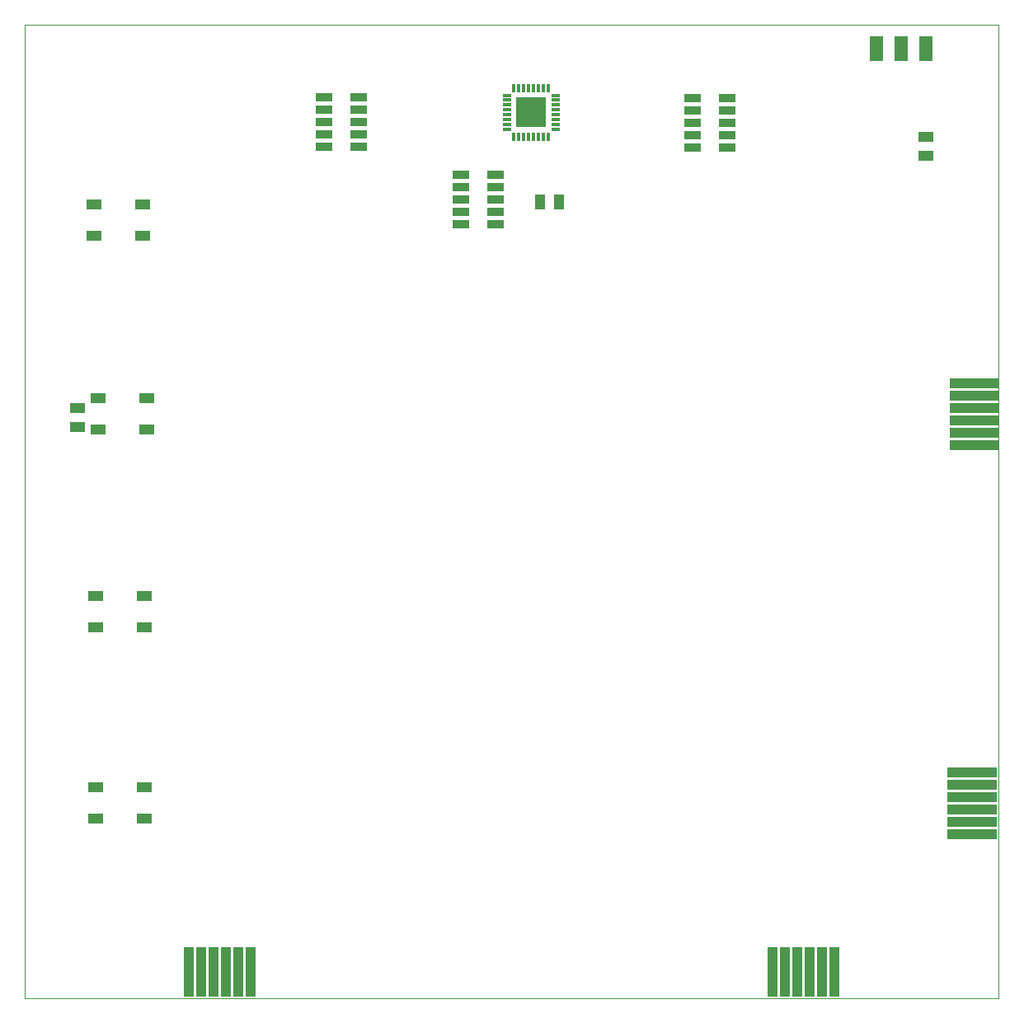
<source format=gts>
G04 (created by PCBNEW (2013-jul-07)-stable) date Sun 07 Dec 2014 01:03:15 PM EST*
%MOIN*%
G04 Gerber Fmt 3.4, Leading zero omitted, Abs format*
%FSLAX34Y34*%
G01*
G70*
G90*
G04 APERTURE LIST*
%ADD10C,0.00590551*%
%ADD11C,0.00393701*%
%ADD12R,0.0631X0.0434*%
%ADD13R,0.059X0.039*%
%ADD14R,0.039X0.059*%
%ADD15R,0.034X0.014*%
%ADD16R,0.014X0.034*%
%ADD17R,0.1221X0.1221*%
%ADD18R,0.067X0.0355*%
%ADD19R,0.0551811X0.104*%
%ADD20R,0.204X0.039*%
%ADD21R,0.039X0.204*%
G04 APERTURE END LIST*
G54D10*
G54D11*
X15748Y-55118D02*
X15748Y-15748D01*
X55118Y-55118D02*
X15748Y-55118D01*
X55118Y-15748D02*
X55118Y-55118D01*
X15748Y-15748D02*
X55118Y-15748D01*
G54D12*
X18598Y-46593D03*
X18598Y-47853D03*
X20566Y-47853D03*
X20566Y-46593D03*
X18621Y-38867D03*
X18621Y-40127D03*
X20589Y-40127D03*
X20589Y-38867D03*
X18720Y-30858D03*
X18720Y-32118D03*
X20688Y-32118D03*
X20688Y-30858D03*
X18553Y-23035D03*
X18553Y-24295D03*
X20521Y-24295D03*
X20521Y-23035D03*
G54D13*
X17864Y-31265D03*
X17864Y-32015D03*
G54D14*
X36578Y-22928D03*
X37328Y-22928D03*
G54D13*
X52165Y-21044D03*
X52165Y-20294D03*
G54D15*
X35229Y-19789D03*
X35229Y-19592D03*
X35229Y-19395D03*
X35229Y-19986D03*
G54D16*
X35524Y-20281D03*
X35721Y-20281D03*
X35918Y-20281D03*
X36115Y-20281D03*
X36311Y-20281D03*
X36508Y-20281D03*
X36705Y-20281D03*
X36902Y-20281D03*
G54D15*
X37197Y-18608D03*
X37197Y-19986D03*
X37197Y-19789D03*
X37197Y-19592D03*
X37197Y-19395D03*
X37197Y-19199D03*
X37197Y-19002D03*
X37197Y-18805D03*
G54D16*
X36902Y-18313D03*
X36705Y-18313D03*
X36508Y-18313D03*
X36311Y-18313D03*
X36115Y-18313D03*
X35918Y-18313D03*
X35721Y-18313D03*
X35524Y-18313D03*
G54D15*
X35229Y-18608D03*
X35229Y-18805D03*
X35229Y-19002D03*
X35229Y-19199D03*
G54D17*
X36213Y-19297D03*
G54D18*
X29243Y-20685D03*
X29243Y-20185D03*
X29243Y-19685D03*
X29243Y-19185D03*
X29243Y-18685D03*
X27843Y-18685D03*
X27843Y-19185D03*
X27843Y-19685D03*
X27843Y-20185D03*
X27843Y-20685D03*
X44147Y-20736D03*
X44147Y-20236D03*
X44147Y-19736D03*
X44147Y-19236D03*
X44147Y-18736D03*
X42747Y-18736D03*
X42747Y-19236D03*
X42747Y-19736D03*
X42747Y-20236D03*
X42747Y-20736D03*
X33379Y-21828D03*
X33379Y-22328D03*
X33379Y-22828D03*
X33379Y-23328D03*
X33379Y-23828D03*
X34779Y-23828D03*
X34779Y-23328D03*
X34779Y-22828D03*
X34779Y-22328D03*
X34779Y-21828D03*
G54D19*
X50181Y-16732D03*
X51181Y-16732D03*
X52181Y-16732D03*
G54D20*
X54133Y-30246D03*
X54133Y-30746D03*
X54133Y-31246D03*
X54133Y-31746D03*
X54133Y-32246D03*
X54133Y-32746D03*
X54030Y-48500D03*
X54030Y-48000D03*
X54030Y-47500D03*
X54030Y-47000D03*
X54030Y-46500D03*
X54030Y-46000D03*
G54D21*
X48490Y-54040D03*
X47990Y-54040D03*
X47490Y-54040D03*
X46990Y-54040D03*
X46490Y-54040D03*
X45990Y-54040D03*
X22376Y-54040D03*
X22876Y-54040D03*
X23376Y-54040D03*
X23876Y-54040D03*
X24376Y-54040D03*
X24876Y-54040D03*
M02*

</source>
